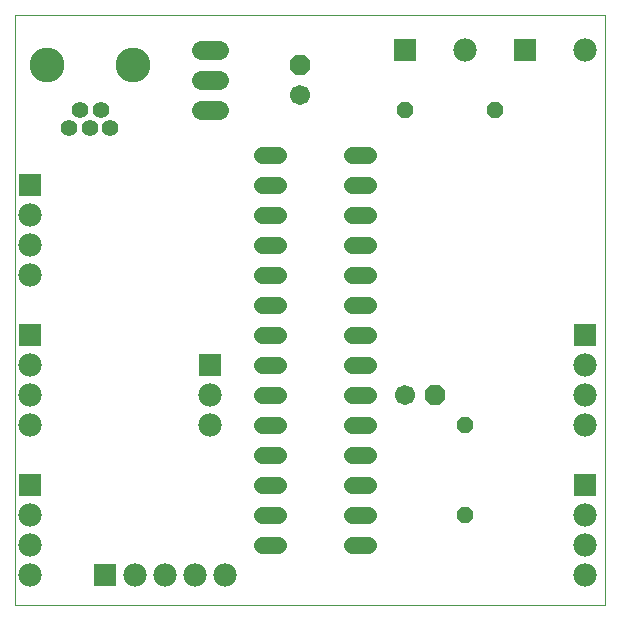
<source format=gbs>
G75*
G70*
%OFA0B0*%
%FSLAX24Y24*%
%IPPOS*%
%LPD*%
%AMOC8*
5,1,8,0,0,1.08239X$1,22.5*
%
%ADD10C,0.0000*%
%ADD11C,0.0560*%
%ADD12OC8,0.0560*%
%ADD13C,0.0555*%
%ADD14C,0.1162*%
%ADD15C,0.0640*%
%ADD16R,0.0780X0.0780*%
%ADD17C,0.0780*%
%ADD18OC8,0.0670*%
%ADD19C,0.0670*%
D10*
X000181Y000181D02*
X000181Y019866D01*
X019866Y019866D01*
X019866Y000181D01*
X000181Y000181D01*
D11*
X008421Y002181D02*
X008941Y002181D01*
X008941Y003181D02*
X008421Y003181D01*
X008421Y004181D02*
X008941Y004181D01*
X008941Y005181D02*
X008421Y005181D01*
X008421Y006181D02*
X008941Y006181D01*
X008941Y007181D02*
X008421Y007181D01*
X008421Y008181D02*
X008941Y008181D01*
X008941Y009181D02*
X008421Y009181D01*
X008421Y010181D02*
X008941Y010181D01*
X008941Y011181D02*
X008421Y011181D01*
X008421Y012181D02*
X008941Y012181D01*
X008941Y013181D02*
X008421Y013181D01*
X008421Y014181D02*
X008941Y014181D01*
X008941Y015181D02*
X008421Y015181D01*
X011421Y015181D02*
X011941Y015181D01*
X011941Y014181D02*
X011421Y014181D01*
X011421Y013181D02*
X011941Y013181D01*
X011941Y012181D02*
X011421Y012181D01*
X011421Y011181D02*
X011941Y011181D01*
X011941Y010181D02*
X011421Y010181D01*
X011421Y009181D02*
X011941Y009181D01*
X011941Y008181D02*
X011421Y008181D01*
X011421Y007181D02*
X011941Y007181D01*
X011941Y006181D02*
X011421Y006181D01*
X011421Y005181D02*
X011941Y005181D01*
X011941Y004181D02*
X011421Y004181D01*
X011421Y003181D02*
X011941Y003181D01*
X011941Y002181D02*
X011421Y002181D01*
D12*
X015181Y003181D03*
X015181Y006181D03*
X016181Y016681D03*
X013181Y016681D03*
D13*
X003351Y016081D03*
X002681Y016081D03*
X002351Y016701D03*
X001981Y016081D03*
X003041Y016701D03*
D14*
X004118Y018181D03*
X001244Y018181D03*
D15*
X006381Y017681D02*
X006981Y017681D01*
X006981Y016681D02*
X006381Y016681D01*
X006381Y018681D02*
X006981Y018681D01*
D16*
X013181Y018681D03*
X017181Y018681D03*
X019181Y009181D03*
X019181Y004181D03*
X006681Y008181D03*
X000681Y009181D03*
X000681Y004181D03*
X003181Y001181D03*
X000681Y014181D03*
D17*
X000681Y013181D03*
X000681Y012181D03*
X000681Y011181D03*
X000681Y008181D03*
X000681Y007181D03*
X000681Y006181D03*
X000681Y003181D03*
X000681Y002181D03*
X000681Y001181D03*
X004181Y001181D03*
X005181Y001181D03*
X006181Y001181D03*
X007181Y001181D03*
X006681Y006181D03*
X006681Y007181D03*
X015181Y018681D03*
X019181Y018681D03*
X019181Y008181D03*
X019181Y007181D03*
X019181Y006181D03*
X019181Y003181D03*
X019181Y002181D03*
X019181Y001181D03*
D18*
X014181Y007181D03*
X009681Y018181D03*
D19*
X009681Y017181D03*
X013181Y007181D03*
M02*

</source>
